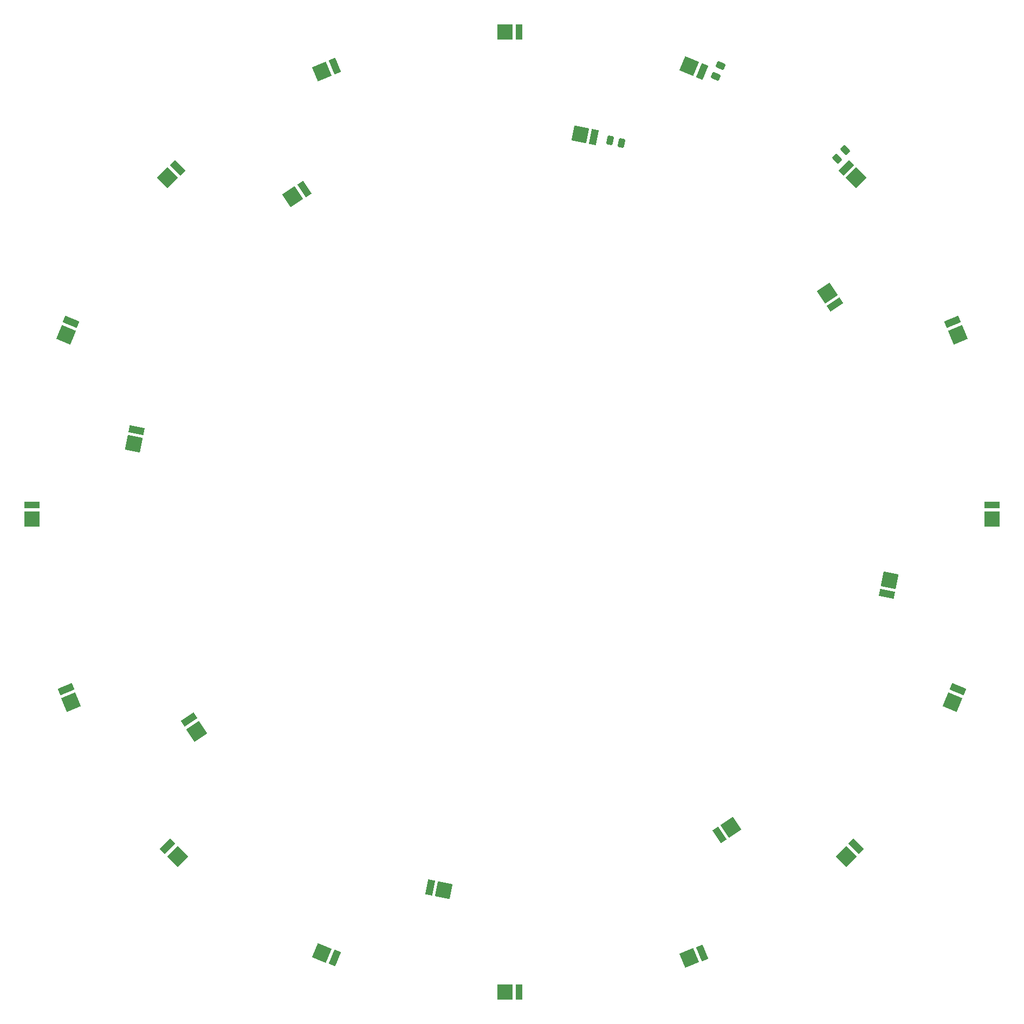
<source format=gbr>
%TF.GenerationSoftware,KiCad,Pcbnew,8.0.5*%
%TF.CreationDate,2024-10-11T00:39:08+02:00*%
%TF.ProjectId,LEDTischLampe,4c454454-6973-4636-984c-616d70652e6b,rev?*%
%TF.SameCoordinates,Original*%
%TF.FileFunction,Paste,Bot*%
%TF.FilePolarity,Positive*%
%FSLAX46Y46*%
G04 Gerber Fmt 4.6, Leading zero omitted, Abs format (unit mm)*
G04 Created by KiCad (PCBNEW 8.0.5) date 2024-10-11 00:39:08*
%MOMM*%
%LPD*%
G01*
G04 APERTURE LIST*
G04 Aperture macros list*
%AMRoundRect*
0 Rectangle with rounded corners*
0 $1 Rounding radius*
0 $2 $3 $4 $5 $6 $7 $8 $9 X,Y pos of 4 corners*
0 Add a 4 corners polygon primitive as box body*
4,1,4,$2,$3,$4,$5,$6,$7,$8,$9,$2,$3,0*
0 Add four circle primitives for the rounded corners*
1,1,$1+$1,$2,$3*
1,1,$1+$1,$4,$5*
1,1,$1+$1,$6,$7*
1,1,$1+$1,$8,$9*
0 Add four rect primitives between the rounded corners*
20,1,$1+$1,$2,$3,$4,$5,0*
20,1,$1+$1,$4,$5,$6,$7,0*
20,1,$1+$1,$6,$7,$8,$9,0*
20,1,$1+$1,$8,$9,$2,$3,0*%
%AMRotRect*
0 Rectangle, with rotation*
0 The origin of the aperture is its center*
0 $1 length*
0 $2 width*
0 $3 Rotation angle, in degrees counterclockwise*
0 Add horizontal line*
21,1,$1,$2,0,0,$3*%
G04 Aperture macros list end*
%ADD10R,2.330000X2.380000*%
%ADD11R,1.100000X2.380000*%
%ADD12RotRect,2.330000X2.380000X213.750000*%
%ADD13RotRect,1.100000X2.380000X213.750000*%
%ADD14R,2.380000X2.330000*%
%ADD15R,2.380000X1.100000*%
%ADD16RotRect,2.330000X2.380000X123.750000*%
%ADD17RotRect,1.100000X2.380000X123.750000*%
%ADD18RotRect,2.330000X2.380000X157.500000*%
%ADD19RotRect,1.100000X2.380000X157.500000*%
%ADD20RotRect,2.330000X2.380000X202.500000*%
%ADD21RotRect,1.100000X2.380000X202.500000*%
%ADD22RotRect,2.330000X2.380000X225.000000*%
%ADD23RotRect,1.100000X2.380000X225.000000*%
%ADD24RotRect,2.330000X2.380000X247.500000*%
%ADD25RotRect,1.100000X2.380000X247.500000*%
%ADD26RotRect,2.330000X2.380000X315.000000*%
%ADD27RotRect,1.100000X2.380000X315.000000*%
%ADD28RotRect,2.330000X2.380000X303.750000*%
%ADD29RotRect,1.100000X2.380000X303.750000*%
%ADD30RoundRect,0.250000X-0.132583X0.503814X-0.503814X0.132583X0.132583X-0.503814X0.503814X-0.132583X0*%
%ADD31RotRect,2.330000X2.380000X292.500000*%
%ADD32RotRect,1.100000X2.380000X292.500000*%
%ADD33RotRect,2.330000X2.380000X33.750000*%
%ADD34RotRect,1.100000X2.380000X33.750000*%
%ADD35RotRect,2.330000X2.380000X168.750000*%
%ADD36RotRect,1.100000X2.380000X168.750000*%
%ADD37RotRect,2.330000X2.380000X258.750000*%
%ADD38RotRect,1.100000X2.380000X258.750000*%
%ADD39RoundRect,0.250000X-0.315291X0.414726X-0.516200X-0.070311X0.315291X-0.414726X0.516200X0.070311X0*%
%ADD40RoundRect,0.250000X0.345247X0.390142X-0.169665X0.492565X-0.345247X-0.390142X0.169665X-0.492565X0*%
%ADD41RotRect,2.330000X2.380000X348.750000*%
%ADD42RotRect,1.100000X2.380000X348.750000*%
%ADD43RotRect,2.330000X2.380000X78.750000*%
%ADD44RotRect,1.100000X2.380000X78.750000*%
G04 APERTURE END LIST*
D10*
%TO.C,LED15*%
X133530001Y-168980001D03*
D11*
X135709999Y-168980001D03*
%TD*%
D12*
%TO.C,LED2*%
X100379484Y-44697394D03*
D13*
X102192088Y-43486252D03*
%TD*%
D14*
%TO.C,LED22*%
X59620000Y-95070000D03*
D15*
X59620000Y-92890000D03*
%TD*%
D16*
%TO.C,LED8*%
X183902606Y-59739484D03*
D17*
X185113748Y-61552088D03*
%TD*%
D18*
%TO.C,LED17*%
X162314228Y-24271910D03*
D19*
X164328286Y-25106160D03*
%TD*%
D20*
%TO.C,LED14*%
X162314230Y-163688090D03*
D21*
X164328286Y-162853840D03*
%TD*%
D22*
%TO.C,LED13*%
X186882263Y-147783755D03*
D23*
X188423755Y-146242263D03*
%TD*%
D24*
%TO.C,LED21*%
X64911910Y-66285772D03*
D25*
X65746160Y-64271714D03*
%TD*%
D26*
%TO.C,LED24*%
X82357739Y-147783756D03*
D27*
X80816245Y-146242262D03*
%TD*%
D20*
%TO.C,LED19*%
X104911713Y-25106160D03*
D21*
X106925771Y-24271910D03*
%TD*%
D28*
%TO.C,LED4*%
X85337394Y-128220516D03*
D29*
X84126252Y-126407912D03*
%TD*%
D22*
%TO.C,LED20*%
X80816244Y-41717739D03*
D23*
X82357738Y-40176245D03*
%TD*%
D24*
%TO.C,LED12*%
X203493840Y-123688286D03*
D25*
X204328090Y-121674230D03*
%TD*%
D30*
%TO.C,R6*%
X186725635Y-37454765D03*
X185435165Y-38745235D03*
%TD*%
D14*
%TO.C,LED11*%
X209620001Y-95069999D03*
D15*
X209620001Y-92890001D03*
%TD*%
D18*
%TO.C,LED16*%
X104911714Y-162853840D03*
D19*
X106925770Y-163688090D03*
%TD*%
D31*
%TO.C,LED23*%
X65746160Y-123688287D03*
D32*
X64911910Y-121674229D03*
%TD*%
D10*
%TO.C,LED18*%
X133530000Y-18980000D03*
D11*
X135710000Y-18980000D03*
%TD*%
D33*
%TO.C,LED6*%
X168860516Y-143262606D03*
D34*
X167047912Y-144473748D03*
%TD*%
D35*
%TO.C,LED1*%
X145256363Y-34920234D03*
D36*
X147394475Y-35345532D03*
%TD*%
D37*
%TO.C,LED3*%
X75560234Y-83343637D03*
D38*
X75985532Y-81205525D03*
%TD*%
D39*
%TO.C,R7*%
X167194198Y-24211960D03*
X166495802Y-25898040D03*
%TD*%
D31*
%TO.C,LED10*%
X204328090Y-66285770D03*
D32*
X203493840Y-64271714D03*
%TD*%
D26*
%TO.C,LED9*%
X188423755Y-41717737D03*
D27*
X186882263Y-40176245D03*
%TD*%
D40*
%TO.C,R5*%
X151739967Y-36283020D03*
X149950033Y-35926980D03*
%TD*%
D41*
%TO.C,LED5*%
X123983637Y-153039766D03*
D42*
X121845525Y-152614468D03*
%TD*%
D43*
%TO.C,LED7*%
X193679766Y-104616363D03*
D44*
X193254468Y-106754475D03*
%TD*%
M02*

</source>
